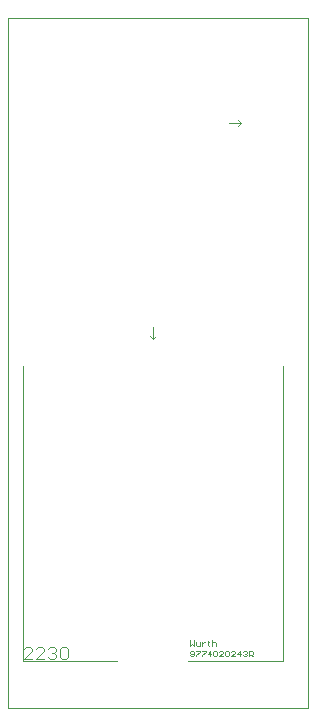
<source format=gm1>
G04*
G04 #@! TF.GenerationSoftware,Altium Limited,Altium Designer,18.0.12 (696)*
G04*
G04 Layer_Color=16711935*
%FSLAX25Y25*%
%MOIN*%
G70*
G01*
G75*
%ADD10C,0.00394*%
%ADD28C,0.00492*%
D10*
X200000Y100000D02*
Y330000D01*
X199000Y100000D02*
X200000D01*
X100000D02*
Y330000D01*
X200000D01*
X100000Y100000D02*
X200000D01*
X191559Y115736D02*
Y214161D01*
X160063Y115736D02*
X191559D01*
X104945D02*
X136441D01*
X104945D02*
Y214161D01*
X148252Y223020D02*
Y226957D01*
Y223020D02*
X149236Y224004D01*
X147268D02*
X148252Y223020D01*
X176563Y294016D02*
X177547Y295000D01*
X176563Y295984D02*
X177547Y295000D01*
X173610D02*
X177547D01*
D28*
X108103Y116228D02*
X105437D01*
X108103Y118894D01*
Y119561D01*
X107436Y120227D01*
X106103D01*
X105437Y119561D01*
X112101Y116228D02*
X109436D01*
X112101Y118894D01*
Y119561D01*
X111435Y120227D01*
X110102D01*
X109436Y119561D01*
X113434D02*
X114101Y120227D01*
X115434D01*
X116100Y119561D01*
Y118894D01*
X115434Y118228D01*
X114767D01*
X115434D01*
X116100Y117561D01*
Y116895D01*
X115434Y116228D01*
X114101D01*
X113434Y116895D01*
X117433Y119561D02*
X118100Y120227D01*
X119432D01*
X120099Y119561D01*
Y116895D01*
X119432Y116228D01*
X118100D01*
X117433Y116895D01*
Y119561D01*
X160555Y122723D02*
Y120755D01*
X161211Y121411D01*
X161867Y120755D01*
Y122723D01*
X162523Y122067D02*
Y121083D01*
X162851Y120755D01*
X163835D01*
Y122067D01*
X164491D02*
Y120755D01*
Y121411D01*
X164819Y121739D01*
X165147Y122067D01*
X165475D01*
X166787Y122395D02*
Y122067D01*
X166459D01*
X167115D01*
X166787D01*
Y121083D01*
X167115Y120755D01*
X168099Y122723D02*
Y120755D01*
Y121739D01*
X168427Y122067D01*
X169082D01*
X169411Y121739D01*
Y120755D01*
X160555Y117541D02*
X160883Y117213D01*
X161539D01*
X161867Y117541D01*
Y118852D01*
X161539Y119180D01*
X160883D01*
X160555Y118852D01*
Y118525D01*
X160883Y118196D01*
X161867D01*
X162523Y119180D02*
X163835D01*
Y118852D01*
X162523Y117541D01*
Y117213D01*
X164491Y119180D02*
X165803D01*
Y118852D01*
X164491Y117541D01*
Y117213D01*
X167443D02*
Y119180D01*
X166459Y118196D01*
X167771D01*
X168427Y118852D02*
X168754Y119180D01*
X169411D01*
X169738Y118852D01*
Y117541D01*
X169411Y117213D01*
X168754D01*
X168427Y117541D01*
Y118852D01*
X171706Y117213D02*
X170394D01*
X171706Y118525D01*
Y118852D01*
X171378Y119180D01*
X170722D01*
X170394Y118852D01*
X172362D02*
X172690Y119180D01*
X173346D01*
X173674Y118852D01*
Y117541D01*
X173346Y117213D01*
X172690D01*
X172362Y117541D01*
Y118852D01*
X175642Y117213D02*
X174330D01*
X175642Y118525D01*
Y118852D01*
X175314Y119180D01*
X174658D01*
X174330Y118852D01*
X177282Y117213D02*
Y119180D01*
X176298Y118196D01*
X177610D01*
X178266Y118852D02*
X178594Y119180D01*
X179250D01*
X179578Y118852D01*
Y118525D01*
X179250Y118196D01*
X178922D01*
X179250D01*
X179578Y117868D01*
Y117541D01*
X179250Y117213D01*
X178594D01*
X178266Y117541D01*
X180234Y117213D02*
Y119180D01*
X181218D01*
X181546Y118852D01*
Y118196D01*
X181218Y117868D01*
X180234D01*
X180890D02*
X181546Y117213D01*
M02*

</source>
